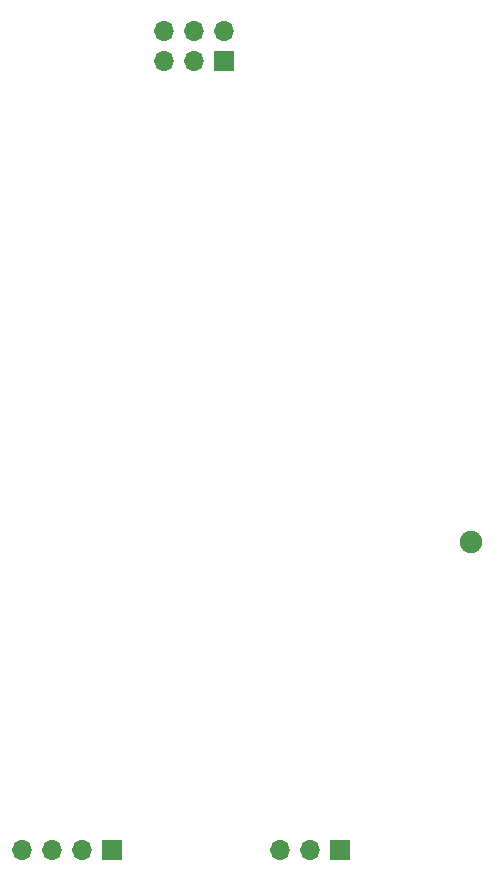
<source format=gbr>
%TF.GenerationSoftware,KiCad,Pcbnew,8.0.4*%
%TF.CreationDate,2024-08-27T18:10:04+01:00*%
%TF.ProjectId,PLAN Badge v4,504c414e-2042-4616-9467-652076342e6b,rev?*%
%TF.SameCoordinates,Original*%
%TF.FileFunction,Copper,L2,Bot*%
%TF.FilePolarity,Positive*%
%FSLAX46Y46*%
G04 Gerber Fmt 4.6, Leading zero omitted, Abs format (unit mm)*
G04 Created by KiCad (PCBNEW 8.0.4) date 2024-08-27 18:10:04*
%MOMM*%
%LPD*%
G01*
G04 APERTURE LIST*
%TA.AperFunction,ComponentPad*%
%ADD10C,1.900000*%
%TD*%
%TA.AperFunction,ComponentPad*%
%ADD11R,1.700000X1.700000*%
%TD*%
%TA.AperFunction,ComponentPad*%
%ADD12O,1.700000X1.700000*%
%TD*%
G04 APERTURE END LIST*
D10*
%TO.P,BT1,*%
%TO.N,*%
X163266843Y-107683826D03*
%TD*%
D11*
%TO.P,J2,1,Pin_1*%
%TO.N,GND*%
X132862695Y-133759197D03*
D12*
%TO.P,J2,2,Pin_2*%
%TO.N,/RX*%
X130322695Y-133759197D03*
%TO.P,J2,3,Pin_3*%
%TO.N,/TX*%
X127782695Y-133759197D03*
%TO.P,J2,4,Pin_4*%
%TO.N,+5V*%
X125242695Y-133759197D03*
%TD*%
D11*
%TO.P,J1,1,Pin_1*%
%TO.N,GND*%
X152166695Y-133733812D03*
D12*
%TO.P,J1,2,Pin_2*%
%TO.N,/RST*%
X149626695Y-133733812D03*
%TO.P,J1,3,Pin_3*%
%TO.N,+5V*%
X147086695Y-133733812D03*
%TD*%
D11*
%TO.P,J3,1,Pin_1*%
%TO.N,GND*%
X142387707Y-66931817D03*
D12*
%TO.P,J3,2,Pin_2*%
%TO.N,/+3V*%
X142387707Y-64391817D03*
%TO.P,J3,3,Pin_3*%
%TO.N,unconnected-(J3-Pin_3-Pad3)*%
X139847707Y-66931817D03*
%TO.P,J3,4,Pin_4*%
%TO.N,unconnected-(J3-Pin_4-Pad4)*%
X139847707Y-64391817D03*
%TO.P,J3,5,Pin_5*%
%TO.N,unconnected-(J3-Pin_5-Pad5)*%
X137307707Y-66931817D03*
%TO.P,J3,6,Pin_6*%
%TO.N,unconnected-(J3-Pin_6-Pad6)*%
X137307707Y-64391817D03*
%TD*%
M02*

</source>
